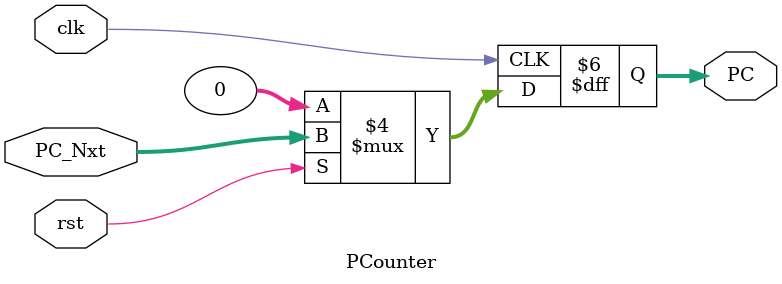
<source format=v>
module PCounter(clk,rst,PC,PC_Nxt);

input clk,rst;
input [31:0]PC_Nxt;

output reg[31:0]PC;

always @(posedge clk)begin
    if (rst == 1'b0)
        PC  <= {32{1'b0}};
    else
        PC <= PC_Nxt;  
end

endmodule
</source>
